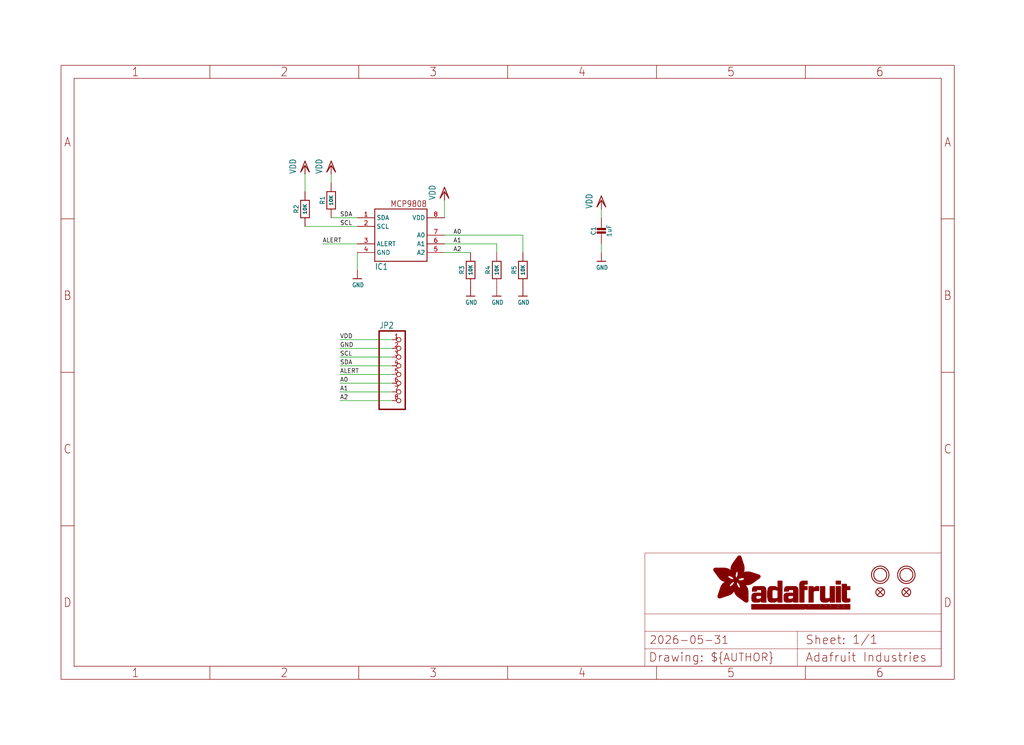
<source format=kicad_sch>
(kicad_sch (version 20230121) (generator eeschema)
  (paper "User" 298.45 217.322)
  (lib_symbols
    (symbol "working-eagle-import:CAP_CERAMIC_0805MP"
      (property "Reference" "C" (at -2.29 1.25 90))
      (symbol "CAP_CERAMIC_0805MP_1_0"
        (pin passive line (at 0 5.08 270) (length 2.54) (name "1") (number "1"))
        (pin passive line (at 0 -2.54 90) (length 2.54) (name "2") (number "2"))
      )
    )
    (symbol "working-eagle-import:FIDUCIAL{dblquote}{dblquote}")
    (symbol "working-eagle-import:FRAME_A4_ADAFRUIT"
      (symbol "FRAME_A4_ADAFRUIT_1_0"
        (text "${#}/${##}" (at 230.505 10.16 0) (effects (font (size 2.54 2.54)) (justify left bottom)))
        (text "${AUTHOR}" (at 189.23 5.08 0) (effects (font (size 2.286 2.286)) (justify left bottom)))
        (text "${CURRENT_DATE}" (at 171.45 10.16 0) (effects (font (size 2.286 2.286)) (justify left bottom)))
        (text "${PROJECTNAME}" (at 171.45 15.24 0) (effects (font (size 2.54 2.54)) (justify left bottom)))
        (text "1" (at 21.6958 1.905 0) (effects (font (size 2.54 2.286))))
        (text "1" (at 21.6958 177.165 0) (effects (font (size 2.54 2.286))))
        (text "2" (at 65.0875 1.905 0) (effects (font (size 2.54 2.286))))
        (text "2" (at 65.0875 177.165 0) (effects (font (size 2.54 2.286))))
        (text "3" (at 108.4792 1.905 0) (effects (font (size 2.54 2.286))))
        (text "3" (at 108.4792 177.165 0) (effects (font (size 2.54 2.286))))
        (text "4" (at 151.8708 1.905 0) (effects (font (size 2.54 2.286))))
        (text "4" (at 151.8708 177.165 0) (effects (font (size 2.54 2.286))))
        (text "5" (at 195.2625 1.905 0) (effects (font (size 2.54 2.286))))
        (text "5" (at 195.2625 177.165 0) (effects (font (size 2.54 2.286))))
        (text "6" (at 238.6542 1.905 0) (effects (font (size 2.54 2.286))))
        (text "6" (at 238.6542 177.165 0) (effects (font (size 2.54 2.286))))
        (text "A" (at 1.905 156.6863 0) (effects (font (size 2.54 2.286))))
        (text "A" (at 258.445 156.6863 0) (effects (font (size 2.54 2.286))))
        (text "Adafruit Industries" (at 216.916 4.953 0) (effects (font (size 2.54 2.54)) (justify left bottom)))
        (text "B" (at 1.905 111.9188 0) (effects (font (size 2.54 2.286))))
        (text "B" (at 258.445 111.9188 0) (effects (font (size 2.54 2.286))))
        (text "C" (at 1.905 67.1513 0) (effects (font (size 2.54 2.286))))
        (text "C" (at 258.445 67.1513 0) (effects (font (size 2.54 2.286))))
        (text "D" (at 1.905 22.3838 0) (effects (font (size 2.54 2.286))))
        (text "D" (at 258.445 22.3838 0) (effects (font (size 2.54 2.286))))
        (text "Drawing:" (at 171.196 4.953 0) (effects (font (size 2.54 2.54)) (justify left bottom)))
        (text "Sheet:" (at 216.916 10.033 0) (effects (font (size 2.54 2.54)) (justify left bottom)))
      )
    )
    (symbol "working-eagle-import:GND" (power)
      (property "Value" "GND" (at -1.524 -2.54 0))
      (symbol "GND_1_0"
        (pin power_in line (at 0 2.54 270) (length 2.54) (name "GND") (number "1"))
      )
    )
    (symbol "working-eagle-import:HEADER-1X870MIL"
      (property "Reference" "JP" (at -6.35 13.335 0))
      (symbol "HEADER-1X870MIL_1_0"
        (pin passive inverted (at -2.54 10.16 0) (length 2.54) (name "1") (number "1"))
        (pin passive inverted (at -2.54 7.62 0) (length 2.54) (name "2") (number "2"))
        (pin passive inverted (at -2.54 5.08 0) (length 2.54) (name "3") (number "3"))
        (pin passive inverted (at -2.54 2.54 0) (length 2.54) (name "4") (number "4"))
        (pin passive inverted (at -2.54 0 0) (length 2.54) (name "5") (number "5"))
        (pin passive inverted (at -2.54 -2.54 0) (length 2.54) (name "6") (number "6"))
        (pin passive inverted (at -2.54 -5.08 0) (length 2.54) (name "7") (number "7"))
        (pin passive inverted (at -2.54 -7.62 0) (length 2.54) (name "8") (number "8"))
      )
    )
    (symbol "working-eagle-import:MCP9808-E/MS"
      (property "Reference" "IC" (at -7.62 -10.16 0))
      (symbol "MCP9808-E/MS_1_0"
        (text "MCP9808" (at 7.62 10.16 0) (effects (font (size 1.778 1.5113)) (justify right top)))
        (pin bidirectional line (at -12.7 5.08 0) (length 5.08) (name "SDA") (number "1"))
        (pin bidirectional line (at -12.7 2.54 0) (length 5.08) (name "SCL") (number "2"))
        (pin open_collector line (at -12.7 -2.54 0) (length 5.08) (name "ALERT") (number "3"))
        (pin power_in line (at -12.7 -5.08 0) (length 5.08) (name "GND") (number "4"))
        (pin input line (at 12.7 -5.08 180) (length 5.08) (name "A2") (number "5"))
        (pin input line (at 12.7 -2.54 180) (length 5.08) (name "A1") (number "6"))
        (pin input line (at 12.7 0 180) (length 5.08) (name "A0") (number "7"))
        (pin power_in line (at 12.7 5.08 180) (length 5.08) (name "VDD") (number "8"))
      )
    )
    (symbol "working-eagle-import:MOUNTINGHOLE2.5")
    (symbol "working-eagle-import:RESISTOR0805_NOOUTLINE"
      (property "Reference" "R" (at 0 2.54 0))
      (symbol "RESISTOR0805_NOOUTLINE_1_0"
        (pin passive line (at -5.08 0 0) (length 2.54) (name "1") (number "1"))
        (pin passive line (at 5.08 0 180) (length 2.54) (name "2") (number "2"))
      )
    )
    (symbol "working-eagle-import:VDD" (power)
      (property "Value" "VDD" (at -2.54 -2.54 90))
      (symbol "VDD_1_0"
        (pin power_in line (at 0 -2.54 90) (length 2.54) (name "VDD") (number "1"))
      )
    )
  )
  (wire (pts (xy 114.3 101.6) (xy 99.06 101.6)) (stroke (width 0.1524)))
  (wire (pts (xy 114.3 114.3) (xy 99.06 114.3)) (stroke (width 0.1524)))
  (wire (pts (xy 129.54 71.12) (xy 144.78 71.12)) (stroke (width 0.1524)))
  (wire (pts (xy 104.14 66.04) (xy 88.9 66.04)) (stroke (width 0.1524)))
  (wire (pts (xy 129.54 73.66) (xy 137.16 73.66)) (stroke (width 0.1524)))
  (wire (pts (xy 114.3 99.06) (xy 99.06 99.06)) (stroke (width 0.1524)))
  (wire (pts (xy 104.14 71.12) (xy 93.98 71.12)) (stroke (width 0.1524)))
  (wire (pts (xy 144.78 71.12) (xy 144.78 73.66)) (stroke (width 0.1524)))
  (wire (pts (xy 99.06 106.68) (xy 114.3 106.68)) (stroke (width 0.1524)))
  (wire (pts (xy 88.9 55.88) (xy 88.9 50.8)) (stroke (width 0.1524)))
  (wire (pts (xy 152.4 68.58) (xy 152.4 73.66)) (stroke (width 0.1524)))
  (wire (pts (xy 175.26 63.5) (xy 175.26 60.96)) (stroke (width 0.1524)))
  (wire (pts (xy 104.14 78.74) (xy 104.14 73.66)) (stroke (width 0.1524)))
  (wire (pts (xy 99.06 111.76) (xy 114.3 111.76)) (stroke (width 0.1524)))
  (wire (pts (xy 129.54 68.58) (xy 152.4 68.58)) (stroke (width 0.1524)))
  (wire (pts (xy 99.06 116.84) (xy 114.3 116.84)) (stroke (width 0.1524)))
  (wire (pts (xy 114.3 104.14) (xy 99.06 104.14)) (stroke (width 0.1524)))
  (wire (pts (xy 129.54 58.42) (xy 129.54 63.5)) (stroke (width 0.1524)))
  (wire (pts (xy 114.3 109.22) (xy 99.06 109.22)) (stroke (width 0.1524)))
  (wire (pts (xy 96.52 63.5) (xy 104.14 63.5)) (stroke (width 0.1524)))
  (wire (pts (xy 96.52 50.8) (xy 96.52 53.34)) (stroke (width 0.1524)))
  (wire (pts (xy 175.26 73.66) (xy 175.26 71.12)) (stroke (width 0.1524)))
  (label "SCL" (at 99.06 66.04 0) (effects (font (size 1.2446 1.2446))))
  (label "A1" (at 99.06 114.3 0) (effects (font (size 1.2446 1.2446))))
  (label "GND" (at 99.06 101.6 0) (effects (font (size 1.2446 1.2446))))
  (label "A0" (at 99.06 111.76 0) (effects (font (size 1.2446 1.2446))))
  (label "ALERT" (at 93.98 71.12 0) (effects (font (size 1.2446 1.2446))))
  (label "SCL" (at 99.06 104.14 0) (effects (font (size 1.2446 1.2446))))
  (label "SDA" (at 99.06 106.68 0) (effects (font (size 1.2446 1.2446))))
  (label "SDA" (at 99.06 63.5 0) (effects (font (size 1.2446 1.2446))))
  (label "A2" (at 132.08 73.66 0) (effects (font (size 1.2446 1.2446))))
  (label "A2" (at 99.06 116.84 0) (effects (font (size 1.2446 1.2446))))
  (label "A1" (at 132.08 71.12 0) (effects (font (size 1.2446 1.2446))))
  (label "VDD" (at 99.06 99.06 0) (effects (font (size 1.2446 1.2446))))
  (label "A0" (at 132.08 68.58 0) (effects (font (size 1.2446 1.2446))))
  (label "ALERT" (at 99.06 109.22 0) (effects (font (size 1.2446 1.2446))))
  (symbol (lib_id "working-eagle-import:FIDUCIAL{dblquote}{dblquote}") (at 256.54 172.72 0) (unit 1)
    (property "Reference" "FID1" (effects hide))
    (property "Value" "FIDUCIAL{dblquote}{dblquote}" (effects hide))
    (property "Footprint" "working:FIDUCIAL_1MM" (effects hide))
  )
  (symbol (lib_id "working-eagle-import:RESISTOR0805_NOOUTLINE") (at 152.4 78.74 90) (unit 1)
    (property "Reference" "R5" (at 149.86 78.74 0))
    (property "Value" "10K" (at 152.4 78.74 0) (effects (font (size 1.016 1.016) bold)))
    (property "Footprint" "working:0805-NO" (effects hide))
  )
  (symbol (lib_id "working-eagle-import:MCP9808-E/MS") (at 116.84 68.58 0) (unit 1)
    (property "Reference" "IC1" (at 109.22 78.74 0) (effects (font (size 1.778 1.5113)) (justify left bottom)))
    (property "Value" "MCP9808-E/MS" (effects hide))
    (property "Footprint" "working:MSOP8_0.65MM" (effects hide))
  )
  (symbol (lib_id "working-eagle-import:RESISTOR0805_NOOUTLINE") (at 137.16 78.74 90) (unit 1)
    (property "Reference" "R3" (at 134.62 78.74 0))
    (property "Value" "10K" (at 137.16 78.74 0) (effects (font (size 1.016 1.016) bold)))
    (property "Footprint" "working:0805-NO" (effects hide))
  )
  (symbol (lib_id "working-eagle-import:MOUNTINGHOLE2.5") (at 256.54 167.64 0) (unit 1)
    (property "Reference" "U$3" (effects hide))
    (property "Value" "MOUNTINGHOLE2.5" (effects hide))
    (property "Footprint" "working:MOUNTINGHOLE_2.5_PLATED" (effects hide))
  )
  (symbol (lib_id "working-eagle-import:GND") (at 152.4 86.36 0) (unit 1)
    (property "Reference" "#U$9" (effects hide))
    (property "Value" "GND" (at 150.876 88.9 0) (effects (font (size 1.27 1.0795)) (justify left bottom)))
  )
  (symbol (lib_id "working-eagle-import:VDD") (at 175.26 58.42 0) (unit 1)
    (property "Reference" "#VDD2" (effects hide))
    (property "Value" "VDD" (at 172.72 60.96 90) (effects (font (size 1.778 1.5113)) (justify left bottom)))
  )
  (symbol (lib_id "working-eagle-import:GND") (at 104.14 81.28 0) (unit 1)
    (property "Reference" "#U$2" (effects hide))
    (property "Value" "GND" (at 102.616 83.82 0) (effects (font (size 1.27 1.0795)) (justify left bottom)))
  )
  (symbol (lib_id "working-eagle-import:RESISTOR0805_NOOUTLINE") (at 96.52 58.42 90) (unit 1)
    (property "Reference" "R1" (at 93.98 58.42 0))
    (property "Value" "10K" (at 96.52 58.42 0) (effects (font (size 1.016 1.016) bold)))
    (property "Footprint" "working:0805-NO" (effects hide))
  )
  (symbol (lib_id "working-eagle-import:VDD") (at 129.54 55.88 0) (unit 1)
    (property "Reference" "#VDD1" (effects hide))
    (property "Value" "VDD" (at 127 58.42 90) (effects (font (size 1.778 1.5113)) (justify left bottom)))
  )
  (symbol (lib_id "working-eagle-import:MOUNTINGHOLE2.5") (at 264.16 167.64 0) (unit 1)
    (property "Reference" "U$5" (effects hide))
    (property "Value" "MOUNTINGHOLE2.5" (effects hide))
    (property "Footprint" "working:MOUNTINGHOLE_2.5_PLATED" (effects hide))
  )
  (symbol (lib_id "working-eagle-import:GND") (at 144.78 86.36 0) (unit 1)
    (property "Reference" "#U$8" (effects hide))
    (property "Value" "GND" (at 143.256 88.9 0) (effects (font (size 1.27 1.0795)) (justify left bottom)))
  )
  (symbol (lib_id "working-eagle-import:VDD") (at 96.52 48.26 0) (unit 1)
    (property "Reference" "#VDD4" (effects hide))
    (property "Value" "VDD" (at 93.98 50.8 90) (effects (font (size 1.778 1.5113)) (justify left bottom)))
  )
  (symbol (lib_id "working-eagle-import:FRAME_A4_ADAFRUIT") (at 17.78 198.12 0) (unit 1)
    (property "Reference" "#U$1" (effects hide))
    (property "Value" "FRAME_A4_ADAFRUIT" (effects hide))
  )
  (symbol (lib_id "working-eagle-import:GND") (at 137.16 86.36 0) (unit 1)
    (property "Reference" "#U$7" (effects hide))
    (property "Value" "GND" (at 135.636 88.9 0) (effects (font (size 1.27 1.0795)) (justify left bottom)))
  )
  (symbol (lib_id "working-eagle-import:CAP_CERAMIC_0805MP") (at 175.26 68.58 0) (unit 1)
    (property "Reference" "C1" (at 172.97 67.33 90))
    (property "Value" "1uF" (at 177.56 67.33 90))
    (property "Footprint" "working:_0805MP" (effects hide))
  )
  (symbol (lib_id "working-eagle-import:RESISTOR0805_NOOUTLINE") (at 88.9 60.96 90) (unit 1)
    (property "Reference" "R2" (at 86.36 60.96 0))
    (property "Value" "10K" (at 88.9 60.96 0) (effects (font (size 1.016 1.016) bold)))
    (property "Footprint" "working:0805-NO" (effects hide))
  )
  (symbol (lib_id "working-eagle-import:GND") (at 175.26 76.2 0) (unit 1)
    (property "Reference" "#U$6" (effects hide))
    (property "Value" "GND" (at 173.736 78.74 0) (effects (font (size 1.27 1.0795)) (justify left bottom)))
  )
  (symbol (lib_id "working-eagle-import:FIDUCIAL{dblquote}{dblquote}") (at 264.16 172.72 0) (unit 1)
    (property "Reference" "FID2" (effects hide))
    (property "Value" "FIDUCIAL{dblquote}{dblquote}" (effects hide))
    (property "Footprint" "working:FIDUCIAL_1MM" (effects hide))
  )
  (symbol (lib_id "working-eagle-import:VDD") (at 88.9 48.26 0) (unit 1)
    (property "Reference" "#VDD3" (effects hide))
    (property "Value" "VDD" (at 86.36 50.8 90) (effects (font (size 1.778 1.5113)) (justify left bottom)))
  )
  (symbol (lib_id "working-eagle-import:HEADER-1X870MIL") (at 116.84 109.22 0) (unit 1)
    (property "Reference" "JP2" (at 110.49 95.885 0) (effects (font (size 1.778 1.5113)) (justify left bottom)))
    (property "Value" "HEADER-1X870MIL" (effects hide))
    (property "Footprint" "working:1X08_ROUND_70" (effects hide))
  )
  (symbol (lib_id "working-eagle-import:RESISTOR0805_NOOUTLINE") (at 144.78 78.74 90) (unit 1)
    (property "Reference" "R4" (at 142.24 78.74 0))
    (property "Value" "10K" (at 144.78 78.74 0) (effects (font (size 1.016 1.016) bold)))
    (property "Footprint" "working:0805-NO" (effects hide))
  )
)
</source>
